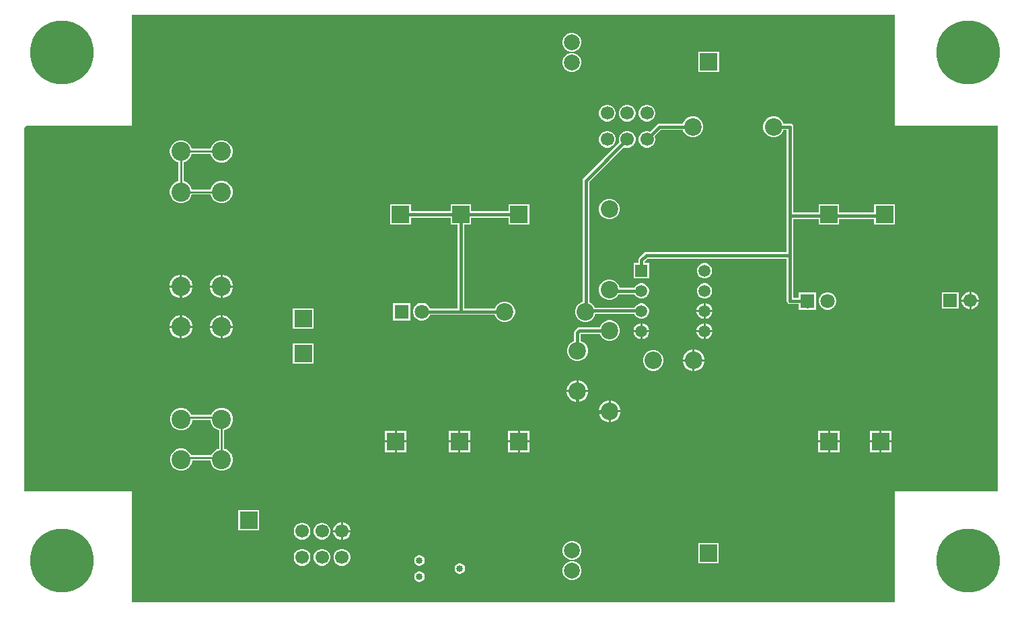
<source format=gbr>
G04*
G04 #@! TF.GenerationSoftware,Altium Limited,Altium Designer,24.1.2 (44)*
G04*
G04 Layer_Physical_Order=1*
G04 Layer_Color=13278208*
%FSLAX44Y44*%
%MOMM*%
G71*
G04*
G04 #@! TF.SameCoordinates,C4B2C0E0-4E9B-487C-9046-04FF2B3DFFC7*
G04*
G04*
G04 #@! TF.FilePolarity,Positive*
G04*
G01*
G75*
%ADD18C,0.2540*%
%ADD33C,0.8500*%
%ADD35C,0.4000*%
%ADD36R,2.2000X2.2000*%
%ADD37C,1.7000*%
%ADD38C,2.0000*%
%ADD39C,1.5000*%
%ADD40R,1.5000X1.5000*%
%ADD41C,2.4000*%
%ADD42C,8.0000*%
%ADD43R,1.7000X1.7000*%
%ADD44R,2.2000X2.2000*%
%ADD45C,2.2000*%
%ADD46C,1.8000*%
%ADD47R,1.8000X1.8000*%
%ADD48C,2.1996*%
%ADD49C,1.0000*%
G36*
X1127500Y627500D02*
X1257500D01*
Y167500D01*
X1127500D01*
Y27500D01*
X167500D01*
Y167500D01*
X32500D01*
Y625000D01*
X35000Y627500D01*
X167500D01*
Y767500D01*
X1127500D01*
Y627500D01*
D02*
G37*
%LPC*%
G36*
X722920Y744950D02*
X719760D01*
X716708Y744132D01*
X713972Y742552D01*
X711738Y740318D01*
X710158Y737582D01*
X709340Y734530D01*
Y731370D01*
X710158Y728318D01*
X711738Y725582D01*
X713972Y723348D01*
X716708Y721768D01*
X719760Y720950D01*
X722920D01*
X725972Y721768D01*
X728708Y723348D01*
X730943Y725582D01*
X732522Y728318D01*
X733340Y731370D01*
Y734530D01*
X732522Y737582D01*
X730943Y740318D01*
X728708Y742552D01*
X725972Y744132D01*
X722920Y744950D01*
D02*
G37*
G36*
Y719550D02*
X719760D01*
X716708Y718732D01*
X713972Y717152D01*
X711738Y714918D01*
X710158Y712182D01*
X709340Y709130D01*
Y705970D01*
X710158Y702918D01*
X711738Y700182D01*
X713972Y697948D01*
X716708Y696368D01*
X719760Y695550D01*
X722920D01*
X725972Y696368D01*
X728708Y697948D01*
X730943Y700182D01*
X732522Y702918D01*
X733340Y705970D01*
Y709130D01*
X732522Y712182D01*
X730943Y714918D01*
X728708Y717152D01*
X725972Y718732D01*
X722920Y719550D01*
D02*
G37*
G36*
X906500Y721275D02*
X880500D01*
Y695275D01*
X906500D01*
Y721275D01*
D02*
G37*
G36*
X817382Y654250D02*
X814618D01*
X811947Y653534D01*
X809553Y652152D01*
X807598Y650197D01*
X806216Y647803D01*
X805500Y645132D01*
Y642368D01*
X806216Y639697D01*
X807598Y637303D01*
X809553Y635348D01*
X811947Y633966D01*
X814618Y633250D01*
X817382D01*
X820053Y633966D01*
X822447Y635348D01*
X824402Y637303D01*
X825784Y639697D01*
X826500Y642368D01*
Y645132D01*
X825784Y647803D01*
X824402Y650197D01*
X822447Y652152D01*
X820053Y653534D01*
X817382Y654250D01*
D02*
G37*
G36*
X792382D02*
X789618D01*
X786947Y653534D01*
X784553Y652152D01*
X782598Y650197D01*
X781216Y647803D01*
X780500Y645132D01*
Y642368D01*
X781216Y639697D01*
X782598Y637303D01*
X784553Y635348D01*
X786947Y633966D01*
X789618Y633250D01*
X792382D01*
X795053Y633966D01*
X797447Y635348D01*
X799402Y637303D01*
X800784Y639697D01*
X801500Y642368D01*
Y645132D01*
X800784Y647803D01*
X799402Y650197D01*
X797447Y652152D01*
X795053Y653534D01*
X792382Y654250D01*
D02*
G37*
G36*
X767382D02*
X764618D01*
X761947Y653534D01*
X759553Y652152D01*
X757598Y650197D01*
X756216Y647803D01*
X755500Y645132D01*
Y642368D01*
X756216Y639697D01*
X757598Y637303D01*
X759553Y635348D01*
X761947Y633966D01*
X764618Y633250D01*
X767382D01*
X770053Y633966D01*
X772447Y635348D01*
X774402Y637303D01*
X775784Y639697D01*
X776500Y642368D01*
Y645132D01*
X775784Y647803D01*
X774402Y650197D01*
X772447Y652152D01*
X770053Y653534D01*
X767382Y654250D01*
D02*
G37*
G36*
X875411Y639498D02*
X871989D01*
X868683Y638612D01*
X865719Y636901D01*
X863299Y634481D01*
X861588Y631517D01*
X861336Y630578D01*
X831750D01*
X831750Y630578D01*
X830448Y630319D01*
X830189Y630268D01*
X828866Y629384D01*
X828866Y629384D01*
X820024Y620542D01*
X817382Y621250D01*
X814618D01*
X811947Y620534D01*
X809553Y619152D01*
X807598Y617197D01*
X806216Y614803D01*
X805500Y612132D01*
Y609368D01*
X806216Y606697D01*
X807598Y604303D01*
X809553Y602348D01*
X811947Y600966D01*
X814618Y600250D01*
X817382D01*
X820053Y600966D01*
X822447Y602348D01*
X824402Y604303D01*
X825784Y606697D01*
X826500Y609368D01*
Y612132D01*
X825792Y614774D01*
X833439Y622422D01*
X861336D01*
X861588Y621483D01*
X863299Y618519D01*
X865719Y616099D01*
X868683Y614388D01*
X871989Y613502D01*
X875411D01*
X878717Y614388D01*
X881681Y616099D01*
X884101Y618519D01*
X885812Y621483D01*
X886698Y624789D01*
Y628211D01*
X885812Y631517D01*
X884101Y634481D01*
X881681Y636901D01*
X878717Y638612D01*
X875411Y639498D01*
D02*
G37*
G36*
X792382Y621250D02*
X789618D01*
X786947Y620534D01*
X784553Y619152D01*
X782598Y617197D01*
X781216Y614803D01*
X780500Y612132D01*
Y609368D01*
X781208Y606726D01*
X736116Y561634D01*
X735232Y560311D01*
X735181Y560052D01*
X734922Y558750D01*
X734922Y558750D01*
Y405984D01*
X733533Y405612D01*
X730569Y403901D01*
X728149Y401481D01*
X726438Y398517D01*
X725552Y395211D01*
Y391789D01*
X726438Y388483D01*
X728149Y385519D01*
X730569Y383099D01*
X733533Y381388D01*
X736839Y380502D01*
X740261D01*
X743567Y381388D01*
X746531Y383099D01*
X748951Y385519D01*
X750662Y388483D01*
X751249Y390672D01*
X800320D01*
X801448Y388717D01*
X803217Y386948D01*
X805383Y385698D01*
X807799Y385050D01*
X810301D01*
X812717Y385698D01*
X814883Y386948D01*
X816652Y388717D01*
X817903Y390883D01*
X818550Y393299D01*
Y395801D01*
X817903Y398217D01*
X816652Y400383D01*
X814883Y402152D01*
X812717Y403403D01*
X810301Y404050D01*
X807799D01*
X805383Y403403D01*
X803217Y402152D01*
X801448Y400383D01*
X800551Y398828D01*
X750483D01*
X748951Y401481D01*
X746531Y403901D01*
X743567Y405612D01*
X743078Y405743D01*
Y557061D01*
X786976Y600958D01*
X789618Y600250D01*
X792382D01*
X795053Y600966D01*
X797447Y602348D01*
X799402Y604303D01*
X800784Y606697D01*
X801500Y609368D01*
Y612132D01*
X800784Y614803D01*
X799402Y617197D01*
X797447Y619152D01*
X795053Y620534D01*
X792382Y621250D01*
D02*
G37*
G36*
X767382D02*
X764618D01*
X761947Y620534D01*
X759553Y619152D01*
X757598Y617197D01*
X756216Y614803D01*
X755500Y612132D01*
Y609368D01*
X756216Y606697D01*
X757598Y604303D01*
X759553Y602348D01*
X761947Y600966D01*
X764618Y600250D01*
X767382D01*
X770053Y600966D01*
X772447Y602348D01*
X774402Y604303D01*
X775784Y606697D01*
X776500Y609368D01*
Y612132D01*
X775784Y614803D01*
X774402Y617197D01*
X772447Y619152D01*
X770053Y620534D01*
X767382Y621250D01*
D02*
G37*
G36*
X282343Y609500D02*
X278657D01*
X275096Y608546D01*
X271904Y606703D01*
X269297Y604096D01*
X267454Y600904D01*
X266900Y598834D01*
X243100D01*
X242546Y600904D01*
X240703Y604096D01*
X238096Y606703D01*
X234904Y608546D01*
X231343Y609500D01*
X227657D01*
X224096Y608546D01*
X220904Y606703D01*
X218297Y604096D01*
X216454Y600904D01*
X215500Y597343D01*
Y593657D01*
X216454Y590096D01*
X218297Y586904D01*
X220904Y584297D01*
X224096Y582454D01*
X226166Y581899D01*
Y558101D01*
X224096Y557546D01*
X220904Y555703D01*
X218297Y553096D01*
X216454Y549904D01*
X215500Y546343D01*
Y542657D01*
X216454Y539096D01*
X218297Y535904D01*
X220904Y533297D01*
X224096Y531454D01*
X227657Y530500D01*
X231343D01*
X234904Y531454D01*
X238096Y533297D01*
X240703Y535904D01*
X242546Y539096D01*
X243100Y541166D01*
X266900D01*
X267454Y539096D01*
X269297Y535904D01*
X271904Y533297D01*
X275096Y531454D01*
X278657Y530500D01*
X282343D01*
X285904Y531454D01*
X289096Y533297D01*
X291703Y535904D01*
X293546Y539096D01*
X294500Y542657D01*
Y546343D01*
X293546Y549904D01*
X291703Y553096D01*
X289096Y555703D01*
X285904Y557546D01*
X282343Y558500D01*
X278657D01*
X275096Y557546D01*
X271904Y555703D01*
X269297Y553096D01*
X267454Y549904D01*
X266900Y547834D01*
X243100D01*
X242546Y549904D01*
X240703Y553096D01*
X238096Y555703D01*
X234904Y557546D01*
X232834Y558101D01*
Y581899D01*
X234904Y582454D01*
X238096Y584297D01*
X240703Y586904D01*
X242546Y590096D01*
X243100Y592166D01*
X266900D01*
X267454Y590096D01*
X269297Y586904D01*
X271904Y584297D01*
X275096Y582454D01*
X278657Y581500D01*
X282343D01*
X285904Y582454D01*
X289096Y584297D01*
X291703Y586904D01*
X293546Y590096D01*
X294500Y593657D01*
Y597343D01*
X293546Y600904D01*
X291703Y604096D01*
X289096Y606703D01*
X285904Y608546D01*
X282343Y609500D01*
D02*
G37*
G36*
X594750Y529250D02*
X568750D01*
Y520328D01*
X518745D01*
Y529249D01*
X492745D01*
Y503249D01*
X518745D01*
Y512171D01*
X568750D01*
Y503250D01*
X577672D01*
Y397828D01*
X542745D01*
X542700Y397996D01*
X541252Y400504D01*
X539204Y402552D01*
X536696Y404000D01*
X533898Y404750D01*
X531002D01*
X528204Y404000D01*
X525696Y402552D01*
X523648Y400504D01*
X522200Y397996D01*
X521450Y395198D01*
Y392302D01*
X522200Y389504D01*
X523648Y386996D01*
X525696Y384948D01*
X528204Y383500D01*
X531002Y382750D01*
X533898D01*
X536696Y383500D01*
X539204Y384948D01*
X541252Y386996D01*
X542700Y389504D01*
X542745Y389672D01*
X580812D01*
X580813Y389672D01*
X580813Y389672D01*
X624519D01*
X624838Y388483D01*
X626549Y385519D01*
X628969Y383099D01*
X631933Y381388D01*
X635239Y380502D01*
X638661D01*
X641967Y381388D01*
X644931Y383099D01*
X647351Y385519D01*
X649062Y388483D01*
X649948Y391789D01*
Y395211D01*
X649062Y398517D01*
X647351Y401481D01*
X644931Y403901D01*
X641967Y405612D01*
X638661Y406498D01*
X635239D01*
X631933Y405612D01*
X628969Y403901D01*
X626549Y401481D01*
X624838Y398517D01*
X624653Y397828D01*
X585828D01*
Y503250D01*
X594750D01*
Y512171D01*
X641745D01*
Y503249D01*
X667745D01*
Y529249D01*
X641745D01*
Y520328D01*
X594750D01*
Y529250D01*
D02*
G37*
G36*
X770211Y535798D02*
X766789D01*
X763483Y534912D01*
X760519Y533201D01*
X758099Y530781D01*
X756388Y527817D01*
X755502Y524511D01*
Y521089D01*
X756388Y517783D01*
X758099Y514819D01*
X760519Y512399D01*
X763483Y510688D01*
X766789Y509802D01*
X770211D01*
X773517Y510688D01*
X776481Y512399D01*
X778901Y514819D01*
X780612Y517783D01*
X781498Y521089D01*
Y524511D01*
X780612Y527817D01*
X778901Y530781D01*
X776481Y533201D01*
X773517Y534912D01*
X770211Y535798D01*
D02*
G37*
G36*
X977011Y639498D02*
X973589D01*
X970283Y638612D01*
X967319Y636901D01*
X964899Y634481D01*
X963188Y631517D01*
X962302Y628211D01*
Y624789D01*
X963188Y621483D01*
X964899Y618519D01*
X967319Y616099D01*
X970283Y614388D01*
X973589Y613502D01*
X977011D01*
X980317Y614388D01*
X983281Y616099D01*
X985701Y618519D01*
X987412Y621483D01*
X987664Y622422D01*
X991922D01*
Y514500D01*
X991922Y514500D01*
X991922Y514500D01*
Y468828D01*
X815250D01*
X815250Y468828D01*
X813948Y468569D01*
X813689Y468518D01*
X812366Y467634D01*
X806166Y461434D01*
X805282Y460111D01*
X805231Y459852D01*
X804972Y458550D01*
X804972Y458550D01*
Y454850D01*
X799550D01*
Y435850D01*
X818550D01*
Y454850D01*
X813128D01*
Y456861D01*
X816939Y460672D01*
X991922D01*
Y407250D01*
X992232Y405689D01*
X993116Y404366D01*
X994439Y403482D01*
X996000Y403172D01*
X1006800D01*
Y396250D01*
X1015838D01*
X1016239Y395982D01*
X1017800Y395672D01*
X1019361Y395982D01*
X1019762Y396250D01*
X1028800D01*
Y418250D01*
X1006800D01*
Y411328D01*
X1000078D01*
Y464750D01*
Y510422D01*
X1032000D01*
Y503250D01*
X1058000D01*
Y510422D01*
X1102000D01*
Y503250D01*
X1128000D01*
Y529250D01*
X1102000D01*
Y518578D01*
X1058000D01*
Y529250D01*
X1032000D01*
Y518578D01*
X1000078D01*
Y626500D01*
X999768Y628061D01*
X998884Y629384D01*
X997561Y630268D01*
X996000Y630578D01*
X987664D01*
X987412Y631517D01*
X985701Y634481D01*
X983281Y636901D01*
X980317Y638612D01*
X977011Y639498D01*
D02*
G37*
G36*
X889701Y454850D02*
X887199D01*
X884783Y454203D01*
X882617Y452952D01*
X880848Y451183D01*
X879597Y449017D01*
X878950Y446601D01*
Y444099D01*
X879597Y441683D01*
X880848Y439517D01*
X882617Y437748D01*
X884783Y436497D01*
X887199Y435850D01*
X889701D01*
X892117Y436497D01*
X894283Y437748D01*
X896052Y439517D01*
X897303Y441683D01*
X897950Y444099D01*
Y446601D01*
X897303Y449017D01*
X896052Y451183D01*
X894283Y452952D01*
X892117Y454203D01*
X889701Y454850D01*
D02*
G37*
G36*
X282414Y440040D02*
X281770D01*
Y426770D01*
X295040D01*
Y427414D01*
X294049Y431112D01*
X292135Y434428D01*
X289428Y437135D01*
X286112Y439049D01*
X282414Y440040D01*
D02*
G37*
G36*
X231414D02*
X230770D01*
Y426770D01*
X244040D01*
Y427414D01*
X243049Y431112D01*
X241135Y434428D01*
X238428Y437135D01*
X235112Y439049D01*
X231414Y440040D01*
D02*
G37*
G36*
X228230D02*
X227586D01*
X223888Y439049D01*
X220572Y437135D01*
X217865Y434428D01*
X215951Y431112D01*
X214960Y427414D01*
Y426770D01*
X228230D01*
Y440040D01*
D02*
G37*
G36*
X279230D02*
X278586D01*
X274888Y439049D01*
X271572Y437135D01*
X268865Y434428D01*
X266951Y431112D01*
X265960Y427414D01*
Y426770D01*
X279230D01*
Y440040D01*
D02*
G37*
G36*
X295040Y424230D02*
X281770D01*
Y410960D01*
X282414D01*
X286112Y411951D01*
X289428Y413865D01*
X292135Y416572D01*
X294049Y419888D01*
X295040Y423586D01*
Y424230D01*
D02*
G37*
G36*
X279230D02*
X265960D01*
Y423586D01*
X266951Y419888D01*
X268865Y416572D01*
X271572Y413865D01*
X274888Y411951D01*
X278586Y410960D01*
X279230D01*
Y424230D01*
D02*
G37*
G36*
X244040D02*
X230770D01*
Y410960D01*
X231414D01*
X235112Y411951D01*
X238428Y413865D01*
X241135Y416572D01*
X243049Y419888D01*
X244040Y423586D01*
Y424230D01*
D02*
G37*
G36*
X228230D02*
X214960D01*
Y423586D01*
X215951Y419888D01*
X217865Y416572D01*
X220572Y413865D01*
X223888Y411951D01*
X227586Y410960D01*
X228230D01*
Y424230D01*
D02*
G37*
G36*
X889701Y429450D02*
X887199D01*
X884783Y428803D01*
X882617Y427552D01*
X880848Y425783D01*
X879597Y423617D01*
X878950Y421201D01*
Y418699D01*
X879597Y416283D01*
X880848Y414117D01*
X882617Y412348D01*
X884783Y411097D01*
X887199Y410450D01*
X889701D01*
X892117Y411097D01*
X894283Y412348D01*
X896052Y414117D01*
X897303Y416283D01*
X897950Y418699D01*
Y421201D01*
X897303Y423617D01*
X896052Y425783D01*
X894283Y427552D01*
X892117Y428803D01*
X889701Y429450D01*
D02*
G37*
G36*
X770211Y434198D02*
X766789D01*
X763483Y433312D01*
X760519Y431601D01*
X758099Y429181D01*
X756388Y426217D01*
X755502Y422911D01*
Y419489D01*
X756388Y416183D01*
X758099Y413219D01*
X760519Y410799D01*
X763483Y409088D01*
X766789Y408202D01*
X770211D01*
X773517Y409088D01*
X776481Y410799D01*
X778901Y413219D01*
X780288Y415622D01*
X800579D01*
X801448Y414117D01*
X803217Y412348D01*
X805383Y411097D01*
X807799Y410450D01*
X810301D01*
X812717Y411097D01*
X814883Y412348D01*
X816652Y414117D01*
X817903Y416283D01*
X818550Y418699D01*
Y421201D01*
X817903Y423617D01*
X816652Y425783D01*
X814883Y427552D01*
X812717Y428803D01*
X810301Y429450D01*
X807799D01*
X805383Y428803D01*
X803217Y427552D01*
X801448Y425783D01*
X800291Y423778D01*
X781266D01*
X780612Y426217D01*
X778901Y429181D01*
X776481Y431601D01*
X773517Y433312D01*
X770211Y434198D01*
D02*
G37*
G36*
X1224403Y418790D02*
X1224220D01*
Y409020D01*
X1233990D01*
Y409203D01*
X1233238Y412011D01*
X1231784Y414529D01*
X1229729Y416584D01*
X1227211Y418038D01*
X1224403Y418790D01*
D02*
G37*
G36*
X1221680D02*
X1221497D01*
X1218689Y418038D01*
X1216171Y416584D01*
X1214116Y414529D01*
X1212662Y412011D01*
X1211910Y409203D01*
Y409020D01*
X1221680D01*
Y418790D01*
D02*
G37*
G36*
X1208050Y418250D02*
X1187050D01*
Y397250D01*
X1208050D01*
Y418250D01*
D02*
G37*
G36*
X1233990Y406480D02*
X1224220D01*
Y396710D01*
X1224403D01*
X1227211Y397462D01*
X1229729Y398916D01*
X1231784Y400971D01*
X1233238Y403489D01*
X1233990Y406297D01*
Y406480D01*
D02*
G37*
G36*
X1221680D02*
X1211910D01*
Y406297D01*
X1212662Y403489D01*
X1214116Y400971D01*
X1216171Y398916D01*
X1218689Y397462D01*
X1221497Y396710D01*
X1221680D01*
Y406480D01*
D02*
G37*
G36*
X1044648Y418250D02*
X1041752D01*
X1038954Y417500D01*
X1036446Y416052D01*
X1034398Y414004D01*
X1032950Y411496D01*
X1032200Y408698D01*
Y405802D01*
X1032950Y403004D01*
X1034398Y400496D01*
X1036446Y398448D01*
X1038954Y397000D01*
X1041752Y396250D01*
X1044648D01*
X1047446Y397000D01*
X1049954Y398448D01*
X1052002Y400496D01*
X1053450Y403004D01*
X1054200Y405802D01*
Y408698D01*
X1053450Y411496D01*
X1052002Y414004D01*
X1049954Y416052D01*
X1047446Y417500D01*
X1044648Y418250D01*
D02*
G37*
G36*
X889772Y404590D02*
X889720D01*
Y395820D01*
X898490D01*
Y395872D01*
X897806Y398425D01*
X896484Y400715D01*
X894615Y402584D01*
X892325Y403906D01*
X889772Y404590D01*
D02*
G37*
G36*
X887180D02*
X887128D01*
X884575Y403906D01*
X882285Y402584D01*
X880416Y400715D01*
X879094Y398425D01*
X878410Y395872D01*
Y395820D01*
X887180D01*
Y404590D01*
D02*
G37*
G36*
X898490Y393280D02*
X889720D01*
Y384510D01*
X889772D01*
X892325Y385194D01*
X894615Y386516D01*
X896484Y388385D01*
X897806Y390675D01*
X898490Y393228D01*
Y393280D01*
D02*
G37*
G36*
X887180D02*
X878410D01*
Y393228D01*
X879094Y390675D01*
X880416Y388385D01*
X882285Y386516D01*
X884575Y385194D01*
X887128Y384510D01*
X887180D01*
Y393280D01*
D02*
G37*
G36*
X518050Y404750D02*
X496050D01*
Y382750D01*
X518050D01*
Y404750D01*
D02*
G37*
G36*
X282414Y389040D02*
X281770D01*
Y375770D01*
X295040D01*
Y376414D01*
X294049Y380112D01*
X292135Y383428D01*
X289428Y386135D01*
X286112Y388049D01*
X282414Y389040D01*
D02*
G37*
G36*
X231414D02*
X230770D01*
Y375770D01*
X244040D01*
Y376414D01*
X243049Y380112D01*
X241135Y383428D01*
X238428Y386135D01*
X235112Y388049D01*
X231414Y389040D01*
D02*
G37*
G36*
X228230D02*
X227586D01*
X223888Y388049D01*
X220572Y386135D01*
X217865Y383428D01*
X215951Y380112D01*
X214960Y376414D01*
Y375770D01*
X228230D01*
Y389040D01*
D02*
G37*
G36*
X279230D02*
X278586D01*
X274888Y388049D01*
X271572Y386135D01*
X268865Y383428D01*
X266951Y380112D01*
X265960Y376414D01*
Y375770D01*
X279230D01*
Y389040D01*
D02*
G37*
G36*
X396500Y398000D02*
X370500D01*
Y372000D01*
X396500D01*
Y398000D01*
D02*
G37*
G36*
X889772Y379190D02*
X889720D01*
Y370420D01*
X898490D01*
Y370472D01*
X897806Y373025D01*
X896484Y375315D01*
X894615Y377184D01*
X892325Y378506D01*
X889772Y379190D01*
D02*
G37*
G36*
X887180D02*
X887128D01*
X884575Y378506D01*
X882285Y377184D01*
X880416Y375315D01*
X879094Y373025D01*
X878410Y370472D01*
Y370420D01*
X887180D01*
Y379190D01*
D02*
G37*
G36*
X810372D02*
X810320D01*
Y370420D01*
X819090D01*
Y370472D01*
X818406Y373025D01*
X817084Y375315D01*
X815215Y377184D01*
X812925Y378506D01*
X810372Y379190D01*
D02*
G37*
G36*
X807780D02*
X807728D01*
X805175Y378506D01*
X802885Y377184D01*
X801016Y375315D01*
X799694Y373025D01*
X799010Y370472D01*
Y370420D01*
X807780D01*
Y379190D01*
D02*
G37*
G36*
X295040Y373230D02*
X281770D01*
Y359960D01*
X282414D01*
X286112Y360951D01*
X289428Y362865D01*
X292135Y365572D01*
X294049Y368888D01*
X295040Y372586D01*
Y373230D01*
D02*
G37*
G36*
X279230D02*
X265960D01*
Y372586D01*
X266951Y368888D01*
X268865Y365572D01*
X271572Y362865D01*
X274888Y360951D01*
X278586Y359960D01*
X279230D01*
Y373230D01*
D02*
G37*
G36*
X244040D02*
X230770D01*
Y359960D01*
X231414D01*
X235112Y360951D01*
X238428Y362865D01*
X241135Y365572D01*
X243049Y368888D01*
X244040Y372586D01*
Y373230D01*
D02*
G37*
G36*
X228230D02*
X214960D01*
Y372586D01*
X215951Y368888D01*
X217865Y365572D01*
X220572Y362865D01*
X223888Y360951D01*
X227586Y359960D01*
X228230D01*
Y373230D01*
D02*
G37*
G36*
X898490Y367880D02*
X889720D01*
Y359110D01*
X889772D01*
X892325Y359794D01*
X894615Y361116D01*
X896484Y362985D01*
X897806Y365275D01*
X898490Y367828D01*
Y367880D01*
D02*
G37*
G36*
X887180D02*
X878410D01*
Y367828D01*
X879094Y365275D01*
X880416Y362985D01*
X882285Y361116D01*
X884575Y359794D01*
X887128Y359110D01*
X887180D01*
Y367880D01*
D02*
G37*
G36*
X819090D02*
X810320D01*
Y359110D01*
X810372D01*
X812925Y359794D01*
X815215Y361116D01*
X817084Y362985D01*
X818406Y365275D01*
X819090Y367828D01*
Y367880D01*
D02*
G37*
G36*
X807780D02*
X799010D01*
Y367828D01*
X799694Y365275D01*
X801016Y362985D01*
X802885Y361116D01*
X805175Y359794D01*
X807728Y359110D01*
X807780D01*
Y367880D01*
D02*
G37*
G36*
X770711Y382798D02*
X767289D01*
X763983Y381912D01*
X761019Y380201D01*
X758599Y377781D01*
X756888Y374817D01*
X756636Y373878D01*
X730843D01*
X729282Y373568D01*
X727959Y372684D01*
X727959Y372684D01*
X725616Y370341D01*
X724732Y369018D01*
X724681Y368759D01*
X724422Y367457D01*
X724422Y367457D01*
Y356766D01*
X723482Y356514D01*
X720518Y354803D01*
X718097Y352382D01*
X716386Y349418D01*
X715500Y346111D01*
Y342688D01*
X716386Y339382D01*
X718097Y336418D01*
X720518Y333997D01*
X723482Y332286D01*
X726788Y331400D01*
X730211D01*
X733518Y332286D01*
X736482Y333997D01*
X738903Y336418D01*
X740614Y339382D01*
X741500Y342688D01*
Y346111D01*
X740614Y349418D01*
X738903Y352382D01*
X736482Y354803D01*
X733518Y356514D01*
X732578Y356766D01*
Y365722D01*
X756636D01*
X756888Y364783D01*
X758599Y361819D01*
X761019Y359399D01*
X763983Y357688D01*
X767289Y356802D01*
X770711D01*
X774017Y357688D01*
X776981Y359399D01*
X779401Y361819D01*
X781112Y364783D01*
X781998Y368089D01*
Y371511D01*
X781112Y374817D01*
X779401Y377781D01*
X776981Y380201D01*
X774017Y381912D01*
X770711Y382798D01*
D02*
G37*
G36*
X876433Y345790D02*
X875920D01*
Y333520D01*
X888190D01*
Y334033D01*
X887267Y337476D01*
X885485Y340564D01*
X882964Y343085D01*
X879876Y344867D01*
X876433Y345790D01*
D02*
G37*
G36*
X873380D02*
X872867D01*
X869424Y344867D01*
X866336Y343085D01*
X863815Y340564D01*
X862033Y337476D01*
X861110Y334033D01*
Y333520D01*
X873380D01*
Y345790D01*
D02*
G37*
G36*
X396500Y354000D02*
X370500D01*
Y328000D01*
X396500D01*
Y354000D01*
D02*
G37*
G36*
X825562Y345250D02*
X822139D01*
X818832Y344364D01*
X815868Y342653D01*
X813447Y340232D01*
X811736Y337268D01*
X810850Y333961D01*
Y330538D01*
X811736Y327232D01*
X813447Y324268D01*
X815868Y321847D01*
X818832Y320136D01*
X822139Y319250D01*
X825562D01*
X828868Y320136D01*
X831832Y321847D01*
X834253Y324268D01*
X835964Y327232D01*
X836850Y330538D01*
Y333961D01*
X835964Y337268D01*
X834253Y340232D01*
X831832Y342653D01*
X828868Y344364D01*
X825562Y345250D01*
D02*
G37*
G36*
X888190Y330980D02*
X875920D01*
Y318710D01*
X876433D01*
X879876Y319633D01*
X882964Y321415D01*
X885485Y323936D01*
X887267Y327024D01*
X888190Y330467D01*
Y330980D01*
D02*
G37*
G36*
X873380D02*
X861110D01*
Y330467D01*
X862033Y327024D01*
X863815Y323936D01*
X866336Y321415D01*
X869424Y319633D01*
X872867Y318710D01*
X873380D01*
Y330980D01*
D02*
G37*
G36*
X730283Y307140D02*
X729770D01*
Y294870D01*
X742040D01*
Y295383D01*
X741117Y298826D01*
X739335Y301914D01*
X736814Y304435D01*
X733726Y306217D01*
X730283Y307140D01*
D02*
G37*
G36*
X727230D02*
X726717D01*
X723274Y306217D01*
X720186Y304435D01*
X717665Y301914D01*
X715883Y298826D01*
X714960Y295383D01*
Y294870D01*
X727230D01*
Y307140D01*
D02*
G37*
G36*
X742040Y292330D02*
X729770D01*
Y280060D01*
X730283D01*
X733726Y280983D01*
X736814Y282765D01*
X739335Y285286D01*
X741117Y288374D01*
X742040Y291817D01*
Y292330D01*
D02*
G37*
G36*
X727230D02*
X714960D01*
Y291817D01*
X715883Y288374D01*
X717665Y285286D01*
X720186Y282765D01*
X723274Y280983D01*
X726717Y280060D01*
X727230D01*
Y292330D01*
D02*
G37*
G36*
X770782Y281738D02*
X770270D01*
Y269470D01*
X782538D01*
Y269982D01*
X781616Y273426D01*
X779833Y276513D01*
X777313Y279033D01*
X774225Y280816D01*
X770782Y281738D01*
D02*
G37*
G36*
X767730D02*
X767218D01*
X763774Y280816D01*
X760687Y279033D01*
X758167Y276513D01*
X756384Y273426D01*
X755462Y269982D01*
Y269470D01*
X767730D01*
Y281738D01*
D02*
G37*
G36*
X282593Y272250D02*
X278907D01*
X275346Y271296D01*
X272154Y269453D01*
X269547Y266846D01*
X267952Y264084D01*
X242547D01*
X240953Y266846D01*
X238346Y269453D01*
X235154Y271296D01*
X231593Y272250D01*
X227907D01*
X224346Y271296D01*
X221154Y269453D01*
X218547Y266846D01*
X216704Y263654D01*
X215750Y260093D01*
Y256407D01*
X216704Y252846D01*
X218547Y249654D01*
X221154Y247047D01*
X224346Y245204D01*
X227907Y244250D01*
X231593D01*
X235154Y245204D01*
X238346Y247047D01*
X240953Y249654D01*
X242796Y252846D01*
X243750Y256407D01*
Y257416D01*
X266750D01*
Y256407D01*
X267704Y252846D01*
X269547Y249654D01*
X272154Y247047D01*
X275346Y245204D01*
X277416Y244650D01*
Y220851D01*
X275346Y220296D01*
X272154Y218453D01*
X269547Y215846D01*
X267952Y213084D01*
X242547D01*
X240953Y215846D01*
X238346Y218453D01*
X235154Y220296D01*
X231593Y221250D01*
X227907D01*
X224346Y220296D01*
X221154Y218453D01*
X218547Y215846D01*
X216704Y212654D01*
X215750Y209093D01*
Y205407D01*
X216704Y201846D01*
X218547Y198654D01*
X221154Y196047D01*
X224346Y194204D01*
X227907Y193250D01*
X231593D01*
X235154Y194204D01*
X238346Y196047D01*
X240953Y198654D01*
X242796Y201846D01*
X243750Y205407D01*
Y206416D01*
X266750D01*
Y205407D01*
X267704Y201846D01*
X269547Y198654D01*
X272154Y196047D01*
X275346Y194204D01*
X278907Y193250D01*
X282593D01*
X286154Y194204D01*
X289346Y196047D01*
X291953Y198654D01*
X293796Y201846D01*
X294750Y205407D01*
Y209093D01*
X293796Y212654D01*
X291953Y215846D01*
X289346Y218453D01*
X286154Y220296D01*
X284084Y220851D01*
Y244650D01*
X286154Y245204D01*
X289346Y247047D01*
X291953Y249654D01*
X293796Y252846D01*
X294750Y256407D01*
Y260093D01*
X293796Y263654D01*
X291953Y266846D01*
X289346Y269453D01*
X286154Y271296D01*
X282593Y272250D01*
D02*
G37*
G36*
X782538Y266930D02*
X770270D01*
Y254662D01*
X770782D01*
X774225Y255584D01*
X777313Y257367D01*
X779833Y259887D01*
X781616Y262974D01*
X782538Y266418D01*
Y266930D01*
D02*
G37*
G36*
X767730D02*
X755462D01*
Y266418D01*
X756384Y262974D01*
X758167Y259887D01*
X760687Y257367D01*
X763774Y255584D01*
X767218Y254662D01*
X767730D01*
Y266930D01*
D02*
G37*
G36*
X1058540Y243540D02*
X1046270D01*
Y231270D01*
X1058540D01*
Y243540D01*
D02*
G37*
G36*
X1043730D02*
X1031460D01*
Y231270D01*
X1043730D01*
Y243540D01*
D02*
G37*
G36*
X668540D02*
X656270D01*
Y231270D01*
X668540D01*
Y243540D01*
D02*
G37*
G36*
X653730D02*
X641460D01*
Y231270D01*
X653730D01*
Y243540D01*
D02*
G37*
G36*
X593540D02*
X581270D01*
Y231270D01*
X593540D01*
Y243540D01*
D02*
G37*
G36*
X578730D02*
X566460D01*
Y231270D01*
X578730D01*
Y243540D01*
D02*
G37*
G36*
X513540D02*
X501270D01*
Y231270D01*
X513540D01*
Y243540D01*
D02*
G37*
G36*
X498730D02*
X486460D01*
Y231270D01*
X498730D01*
Y243540D01*
D02*
G37*
G36*
X1123540D02*
X1111270D01*
Y231270D01*
X1123540D01*
Y243540D01*
D02*
G37*
G36*
X1108730D02*
X1096460D01*
Y231270D01*
X1108730D01*
Y243540D01*
D02*
G37*
G36*
X1123540Y228730D02*
X1111270D01*
Y216460D01*
X1123540D01*
Y228730D01*
D02*
G37*
G36*
X1108730D02*
X1096460D01*
Y216460D01*
X1108730D01*
Y228730D01*
D02*
G37*
G36*
X1058540Y228730D02*
X1046270D01*
Y216460D01*
X1058540D01*
Y228730D01*
D02*
G37*
G36*
X1043730D02*
X1031460D01*
Y216460D01*
X1043730D01*
Y228730D01*
D02*
G37*
G36*
X668540D02*
X656270D01*
Y216460D01*
X668540D01*
Y228730D01*
D02*
G37*
G36*
X653730D02*
X641460D01*
Y216460D01*
X653730D01*
Y228730D01*
D02*
G37*
G36*
X593540D02*
X581270D01*
Y216460D01*
X593540D01*
Y228730D01*
D02*
G37*
G36*
X578730D02*
X566460D01*
Y216460D01*
X578730D01*
Y228730D01*
D02*
G37*
G36*
X513540D02*
X501270D01*
Y216460D01*
X513540D01*
Y228730D01*
D02*
G37*
G36*
X498730D02*
X486460D01*
Y216460D01*
X498730D01*
Y228730D01*
D02*
G37*
G36*
X433453Y128290D02*
X433270D01*
Y118520D01*
X443040D01*
Y118703D01*
X442288Y121511D01*
X440834Y124029D01*
X438779Y126084D01*
X436261Y127538D01*
X433453Y128290D01*
D02*
G37*
G36*
X430730D02*
X430547D01*
X427739Y127538D01*
X425221Y126084D01*
X423166Y124029D01*
X421712Y121511D01*
X420960Y118703D01*
Y118520D01*
X430730D01*
Y128290D01*
D02*
G37*
G36*
X327750Y144000D02*
X301750D01*
Y118000D01*
X327750D01*
Y144000D01*
D02*
G37*
G36*
X408382Y127750D02*
X405618D01*
X402947Y127034D01*
X400553Y125652D01*
X398598Y123697D01*
X397216Y121303D01*
X396500Y118632D01*
Y115868D01*
X397216Y113197D01*
X398598Y110803D01*
X400553Y108848D01*
X402947Y107466D01*
X405618Y106750D01*
X408382D01*
X411053Y107466D01*
X413447Y108848D01*
X415402Y110803D01*
X416784Y113197D01*
X417500Y115868D01*
Y118632D01*
X416784Y121303D01*
X415402Y123697D01*
X413447Y125652D01*
X411053Y127034D01*
X408382Y127750D01*
D02*
G37*
G36*
X383382D02*
X380618D01*
X377947Y127034D01*
X375553Y125652D01*
X373598Y123697D01*
X372216Y121303D01*
X371500Y118632D01*
Y115868D01*
X372216Y113197D01*
X373598Y110803D01*
X375553Y108848D01*
X377947Y107466D01*
X380618Y106750D01*
X383382D01*
X386053Y107466D01*
X388447Y108848D01*
X390402Y110803D01*
X391784Y113197D01*
X392500Y115868D01*
Y118632D01*
X391784Y121303D01*
X390402Y123697D01*
X388447Y125652D01*
X386053Y127034D01*
X383382Y127750D01*
D02*
G37*
G36*
X443040Y115980D02*
X433270D01*
Y106210D01*
X433453D01*
X436261Y106962D01*
X438779Y108416D01*
X440834Y110471D01*
X442288Y112989D01*
X443040Y115796D01*
Y115980D01*
D02*
G37*
G36*
X430730D02*
X420960D01*
Y115796D01*
X421712Y112989D01*
X423166Y110471D01*
X425221Y108416D01*
X427739Y106962D01*
X430547Y106210D01*
X430730D01*
Y115980D01*
D02*
G37*
G36*
X723240Y104700D02*
X720080D01*
X717028Y103882D01*
X714292Y102302D01*
X712057Y100068D01*
X710478Y97332D01*
X709660Y94280D01*
Y91120D01*
X710478Y88068D01*
X712057Y85332D01*
X714292Y83098D01*
X717028Y81518D01*
X720080Y80700D01*
X723240D01*
X726292Y81518D01*
X729028Y83098D01*
X731262Y85332D01*
X732842Y88068D01*
X733660Y91120D01*
Y94280D01*
X732842Y97332D01*
X731262Y100068D01*
X729028Y102302D01*
X726292Y103882D01*
X723240Y104700D01*
D02*
G37*
G36*
X906225Y102475D02*
X880225D01*
Y76475D01*
X906225D01*
Y102475D01*
D02*
G37*
G36*
X433382Y94750D02*
X430618D01*
X427947Y94034D01*
X425553Y92652D01*
X423598Y90697D01*
X422216Y88303D01*
X421500Y85632D01*
Y82868D01*
X422216Y80197D01*
X423598Y77803D01*
X425553Y75848D01*
X427947Y74466D01*
X430618Y73750D01*
X433382D01*
X436053Y74466D01*
X438447Y75848D01*
X440402Y77803D01*
X441784Y80197D01*
X442500Y82868D01*
Y85632D01*
X441784Y88303D01*
X440402Y90697D01*
X438447Y92652D01*
X436053Y94034D01*
X433382Y94750D01*
D02*
G37*
G36*
X408382D02*
X405618D01*
X402947Y94034D01*
X400553Y92652D01*
X398598Y90697D01*
X397216Y88303D01*
X396500Y85632D01*
Y82868D01*
X397216Y80197D01*
X398598Y77803D01*
X400553Y75848D01*
X402947Y74466D01*
X405618Y73750D01*
X408382D01*
X411053Y74466D01*
X413447Y75848D01*
X415402Y77803D01*
X416784Y80197D01*
X417500Y82868D01*
Y85632D01*
X416784Y88303D01*
X415402Y90697D01*
X413447Y92652D01*
X411053Y94034D01*
X408382Y94750D01*
D02*
G37*
G36*
X383382D02*
X380618D01*
X377947Y94034D01*
X375553Y92652D01*
X373598Y90697D01*
X372216Y88303D01*
X371500Y85632D01*
Y82868D01*
X372216Y80197D01*
X373598Y77803D01*
X375553Y75848D01*
X377947Y74466D01*
X380618Y73750D01*
X383382D01*
X386053Y74466D01*
X388447Y75848D01*
X390402Y77803D01*
X391784Y80197D01*
X392500Y82868D01*
Y85632D01*
X391784Y88303D01*
X390402Y90697D01*
X388447Y92652D01*
X386053Y94034D01*
X383382Y94750D01*
D02*
G37*
G36*
X530456Y86660D02*
X528744D01*
X527091Y86217D01*
X525609Y85361D01*
X524399Y84151D01*
X523543Y82669D01*
X523100Y81016D01*
Y79304D01*
X523543Y77651D01*
X524399Y76169D01*
X525609Y74959D01*
X527091Y74103D01*
X528744Y73660D01*
X530456D01*
X532109Y74103D01*
X533591Y74959D01*
X534801Y76169D01*
X535657Y77651D01*
X536100Y79304D01*
Y81016D01*
X535657Y82669D01*
X534801Y84151D01*
X533591Y85361D01*
X532109Y86217D01*
X530456Y86660D01*
D02*
G37*
G36*
X581256Y76500D02*
X579544D01*
X577891Y76057D01*
X576409Y75201D01*
X575199Y73991D01*
X574343Y72509D01*
X573900Y70856D01*
Y69144D01*
X574343Y67491D01*
X575199Y66009D01*
X576409Y64799D01*
X577891Y63943D01*
X579544Y63500D01*
X581256D01*
X582909Y63943D01*
X584391Y64799D01*
X585601Y66009D01*
X586457Y67491D01*
X586900Y69144D01*
Y70856D01*
X586457Y72509D01*
X585601Y73991D01*
X584391Y75201D01*
X582909Y76057D01*
X581256Y76500D01*
D02*
G37*
G36*
X723240Y79300D02*
X720080D01*
X717028Y78482D01*
X714292Y76902D01*
X712057Y74668D01*
X710478Y71932D01*
X709660Y68880D01*
Y65720D01*
X710478Y62668D01*
X712057Y59932D01*
X714292Y57698D01*
X717028Y56118D01*
X720080Y55300D01*
X723240D01*
X726292Y56118D01*
X729028Y57698D01*
X731262Y59932D01*
X732842Y62668D01*
X733660Y65720D01*
Y68880D01*
X732842Y71932D01*
X731262Y74668D01*
X729028Y76902D01*
X726292Y78482D01*
X723240Y79300D01*
D02*
G37*
G36*
X530456Y66340D02*
X528744D01*
X527091Y65897D01*
X525609Y65041D01*
X524399Y63831D01*
X523543Y62349D01*
X523100Y60696D01*
Y58984D01*
X523543Y57331D01*
X524399Y55849D01*
X525609Y54639D01*
X527091Y53783D01*
X528744Y53340D01*
X530456D01*
X532109Y53783D01*
X533591Y54639D01*
X534801Y55849D01*
X535657Y57331D01*
X536100Y58984D01*
Y60696D01*
X535657Y62349D01*
X534801Y63831D01*
X533591Y65041D01*
X532109Y65897D01*
X530456Y66340D01*
D02*
G37*
%LPD*%
D18*
X229750Y260750D02*
X280750D01*
X229750Y209750D02*
X280750D01*
X229500Y595500D02*
X280500D01*
X229500Y544500D02*
X280500D01*
X281778Y543222D01*
X229500Y544500D02*
Y595500D01*
X280750Y258250D02*
Y260750D01*
Y209750D02*
Y258250D01*
X229750D02*
Y260750D01*
X229500Y377000D02*
X232000Y374500D01*
Y425500D02*
X278000D01*
X229500Y377000D02*
Y428000D01*
X232000Y425500D01*
X278000D02*
X280500Y428000D01*
X232000Y374500D02*
X278000D01*
X280500Y377000D01*
D33*
X529600Y59840D02*
D03*
Y80160D02*
D03*
X580400Y70000D02*
D03*
D35*
X996000Y407250D02*
Y464750D01*
X815250D02*
X996000D01*
Y514500D01*
X809050Y445350D02*
Y458550D01*
X815250Y464750D01*
X770000Y419700D02*
X808800D01*
X768500Y421200D02*
X770000Y419700D01*
X996000Y514500D02*
X1043250D01*
X996000Y514500D02*
X996000Y514500D01*
X1043250D02*
X1045000Y516250D01*
X996000Y514500D02*
Y626500D01*
Y407250D02*
X1017800D01*
X975300Y626500D02*
X996000D01*
X728500Y271250D02*
Y293600D01*
Y271250D02*
X732300Y267450D01*
X768250D01*
X769000Y268200D01*
X730843Y369800D02*
X769000D01*
X728500Y367457D02*
X730843Y369800D01*
X728500Y344400D02*
Y367457D01*
X580813Y393750D02*
X636700D01*
X581750Y394687D02*
Y516250D01*
X580813Y393750D02*
X581750Y394687D01*
X581751Y516249D02*
X654745D01*
X739800Y394750D02*
X808850D01*
X738550Y393500D02*
X739800Y394750D01*
X808850D02*
X809050Y394550D01*
X739000Y393950D02*
Y558750D01*
X738550Y393500D02*
X739000Y393950D01*
Y558750D02*
X791000Y610750D01*
X579748Y516250D02*
X581750D01*
X579747Y516249D02*
X579748Y516250D01*
X532450Y393750D02*
X580813D01*
X816000Y610750D02*
X831750Y626500D01*
X873700D01*
X1115000Y514500D02*
X1117966D01*
X1115000Y516250D02*
X1116750Y514500D01*
X1117966D01*
X1017800Y399750D02*
Y407250D01*
Y399750D02*
Y407250D01*
X1045000Y514500D02*
X1115000D01*
X505745Y516249D02*
X579747D01*
D36*
X893225Y89475D02*
D03*
X314750Y131000D02*
D03*
X383500Y341000D02*
D03*
Y385000D02*
D03*
X1110000Y230000D02*
D03*
D37*
X816000Y610750D02*
D03*
Y643750D02*
D03*
X791000D02*
D03*
X766000D02*
D03*
Y610750D02*
D03*
X791000D02*
D03*
X432000Y84250D02*
D03*
Y117250D02*
D03*
X407000D02*
D03*
X382000D02*
D03*
Y84250D02*
D03*
X407000D02*
D03*
X1222950Y407750D02*
D03*
D38*
X721340Y707550D02*
D03*
Y732950D02*
D03*
X721660Y67300D02*
D03*
Y92700D02*
D03*
D39*
X888450Y445350D02*
D03*
Y419950D02*
D03*
Y394550D02*
D03*
Y369150D02*
D03*
X809050D02*
D03*
Y394550D02*
D03*
Y419950D02*
D03*
D40*
Y445350D02*
D03*
D41*
X229750Y258250D02*
D03*
X280750D02*
D03*
X229750Y207250D02*
D03*
X280750D02*
D03*
X229500Y595500D02*
D03*
X280500D02*
D03*
X229500Y544500D02*
D03*
X280500D02*
D03*
X229500Y425500D02*
D03*
X280500D02*
D03*
X229500Y374500D02*
D03*
X280500D02*
D03*
D42*
X1220000Y720000D02*
D03*
X80000D02*
D03*
Y80000D02*
D03*
X1220000D02*
D03*
D43*
X1197550Y407750D02*
D03*
D44*
X893500Y708275D02*
D03*
X654745Y516249D02*
D03*
X581750Y516250D02*
D03*
X505745Y516249D02*
D03*
X655000Y230000D02*
D03*
X580000D02*
D03*
X500000D02*
D03*
X1115000Y516250D02*
D03*
X1045000D02*
D03*
Y230000D02*
D03*
D45*
X728500Y344400D02*
D03*
Y293600D02*
D03*
X823850Y332250D02*
D03*
X874650D02*
D03*
D46*
X532450Y393750D02*
D03*
X1043200Y407250D02*
D03*
D47*
X507050Y393750D02*
D03*
X1017800Y407250D02*
D03*
D48*
X769000Y268200D02*
D03*
Y369800D02*
D03*
X636950Y393500D02*
D03*
X738550D02*
D03*
X768500Y522800D02*
D03*
Y421200D02*
D03*
X873700Y626500D02*
D03*
X975300D02*
D03*
D49*
X681311Y271000D02*
D03*
X528500Y271298D02*
D03*
X581000Y353250D02*
D03*
X650500Y48000D02*
D03*
X555250Y48250D02*
D03*
X238500Y718250D02*
D03*
X721000Y167500D02*
D03*
X720750Y627750D02*
D03*
X685000Y167500D02*
D03*
X363500Y212250D02*
D03*
X522500Y184750D02*
D03*
M02*

</source>
